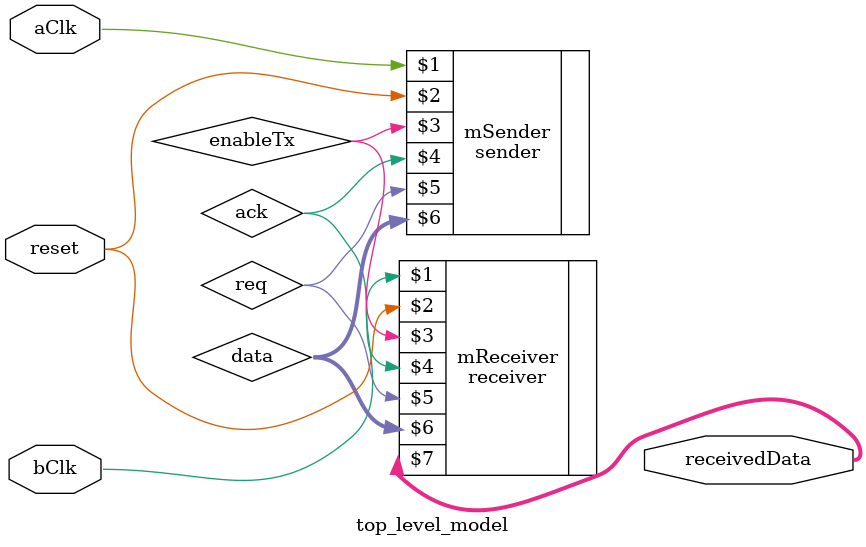
<source format=v>


module top_level_model( aClk, bClk, reset, receivedData );
input aClk, bClk, reset;
output [7:0] receivedData;

wire enableTx;
wire ack;
wire req;
wire [7:0] data;

sender mSender( aClk, reset, enableTx, ack, req, data );
receiver mReceiver( bClk, reset, enableTx, ack, req, data, receivedData );

endmodule


</source>
